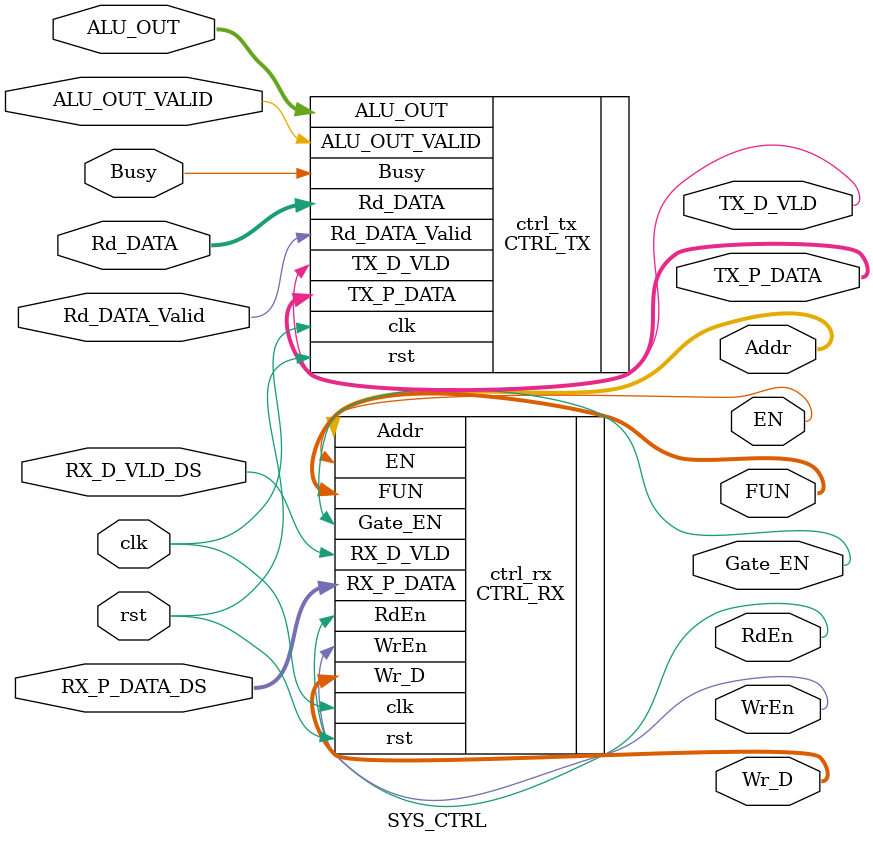
<source format=v>
module SYS_CTRL  #( parameter FUN_WIDTH = 4,  parameter WIDTH = 8, DEPTH = 16, ADDR = 4,OUT_WIDTH = 2*WIDTH)

(
    input wire clk,
    input wire rst,
    input wire RX_D_VLD_DS,
    input wire [WIDTH-1:0] RX_P_DATA_DS,
    input wire Busy,
    input wire [OUT_WIDTH-1:0] ALU_OUT,
    input wire ALU_OUT_VALID,
    input wire [WIDTH-1:0] Rd_DATA,
    input wire Rd_DATA_Valid,
    output wire [WIDTH-1:0] TX_P_DATA,
    output wire TX_D_VLD,
    output wire [FUN_WIDTH-1:0] FUN,
    output wire EN,
    output wire WrEn,
    output wire RdEn,
    output wire Gate_EN,
    output wire [ADDR-1:0] Addr,
    output wire [WIDTH-1:0] Wr_D
);


CTRL_RX ctrl_rx (

    .clk(clk),
    .rst(rst),
    .Gate_EN(Gate_EN),
    .RX_D_VLD(RX_D_VLD_DS),
    .RX_P_DATA(RX_P_DATA_DS),
    .FUN(FUN),
    .EN(EN),
    .WrEn(WrEn),
    .RdEn(RdEn),
    .Addr(Addr),
    .Wr_D(Wr_D)
);


CTRL_TX ctrl_tx (

.rst(rst),
.clk(clk),
.Busy(Busy),
.ALU_OUT(ALU_OUT),
.ALU_OUT_VALID(ALU_OUT_VALID),
.Rd_DATA(Rd_DATA),
.Rd_DATA_Valid(Rd_DATA_Valid),
.TX_P_DATA(TX_P_DATA),
.TX_D_VLD(TX_D_VLD)
);


endmodule

</source>
